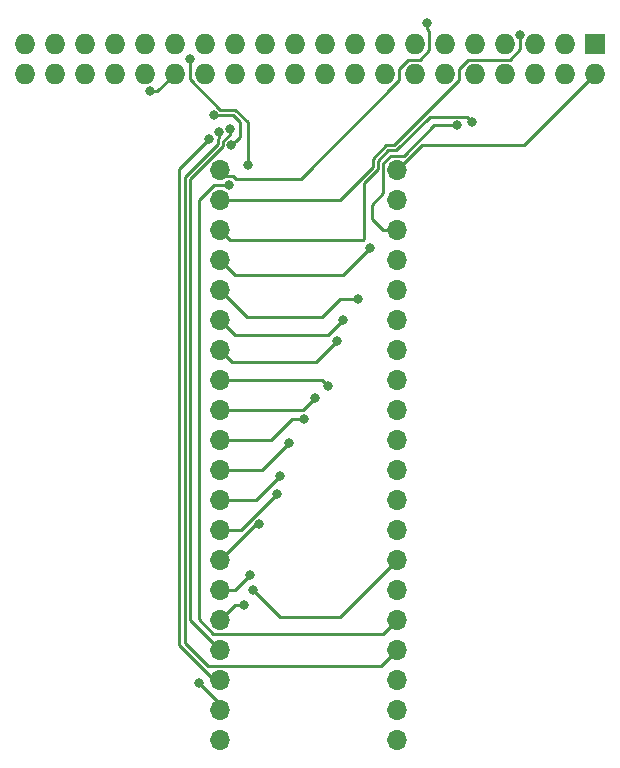
<source format=gbl>
G04 #@! TF.GenerationSoftware,KiCad,Pcbnew,(5.1.5)-3*
G04 #@! TF.CreationDate,2020-05-25T10:48:09-05:00*
G04 #@! TF.ProjectId,breakout_board_2x20,62726561-6b6f-4757-945f-626f6172645f,rev?*
G04 #@! TF.SameCoordinates,Original*
G04 #@! TF.FileFunction,Copper,L2,Bot*
G04 #@! TF.FilePolarity,Positive*
%FSLAX46Y46*%
G04 Gerber Fmt 4.6, Leading zero omitted, Abs format (unit mm)*
G04 Created by KiCad (PCBNEW (5.1.5)-3) date 2020-05-25 10:48:09*
%MOMM*%
%LPD*%
G04 APERTURE LIST*
%ADD10O,1.700000X1.700000*%
%ADD11O,1.727200X1.727200*%
%ADD12R,1.727200X1.727200*%
%ADD13C,0.800000*%
%ADD14C,0.250000*%
G04 APERTURE END LIST*
D10*
X147320000Y-47498000D03*
X162331400Y-47498000D03*
X147320000Y-50038000D03*
X162306000Y-50038000D03*
X162331400Y-52578000D03*
X162306000Y-55118000D03*
X147320000Y-52578000D03*
X147320000Y-55118000D03*
X147320000Y-62738000D03*
X162306000Y-65278000D03*
X162331400Y-57658000D03*
X162306000Y-60198000D03*
X147320000Y-57658000D03*
X162331400Y-62738000D03*
X147320000Y-65278000D03*
X147320000Y-60198000D03*
X147320000Y-67818000D03*
X162306000Y-70358000D03*
X147320000Y-70358000D03*
X162331400Y-67818000D03*
X147320000Y-83058000D03*
X162306000Y-75438000D03*
X162306000Y-80518000D03*
X147320000Y-72898000D03*
X147320000Y-77978000D03*
X147320000Y-80518000D03*
X162331400Y-72898000D03*
X147320000Y-75438000D03*
X147320000Y-88138000D03*
X162331400Y-83058000D03*
X162306000Y-85598000D03*
X162306000Y-90678000D03*
X162331400Y-77978000D03*
X147320000Y-85598000D03*
X162331400Y-88138000D03*
X147320000Y-90678000D03*
X162306000Y-95758000D03*
X147320000Y-93218000D03*
X147320000Y-95758000D03*
X162331400Y-93218000D03*
D11*
X130810000Y-39370000D03*
X130810000Y-36830000D03*
X133350000Y-39370000D03*
X133350000Y-36830000D03*
X135890000Y-39370000D03*
X135890000Y-36830000D03*
X138430000Y-39370000D03*
X138430000Y-36830000D03*
X140970000Y-39370000D03*
X140970000Y-36830000D03*
X143510000Y-39370000D03*
X143510000Y-36830000D03*
X146050000Y-39370000D03*
X146050000Y-36830000D03*
X148590000Y-39370000D03*
X148590000Y-36830000D03*
X151130000Y-39370000D03*
X151130000Y-36830000D03*
X153670000Y-39370000D03*
X153670000Y-36830000D03*
X156210000Y-39370000D03*
X156210000Y-36830000D03*
X158750000Y-39370000D03*
X158750000Y-36830000D03*
X161290000Y-39370000D03*
X161290000Y-36830000D03*
X163830000Y-39370000D03*
X163830000Y-36830000D03*
X166370000Y-39370000D03*
X166370000Y-36830000D03*
X168910000Y-39370000D03*
X168910000Y-36830000D03*
X171450000Y-39370000D03*
X171450000Y-36830000D03*
X173990000Y-39370000D03*
X173990000Y-36830000D03*
X176530000Y-39370000D03*
X176530000Y-36830000D03*
X179070000Y-39370000D03*
D12*
X179070000Y-36830000D03*
D13*
X145542000Y-90932000D03*
X146395045Y-44886229D03*
X147228245Y-44325694D03*
X148195008Y-44069970D03*
X146777489Y-42881939D03*
X148294573Y-45447439D03*
X148071423Y-48766742D03*
X149352000Y-84328000D03*
X141430451Y-40851838D03*
X144780000Y-38100000D03*
X149860000Y-81788000D03*
X149670794Y-47096690D03*
X150114000Y-83058000D03*
X150626660Y-77474660D03*
X152146000Y-74930000D03*
X152395494Y-73410814D03*
X153129670Y-70636559D03*
X154432000Y-68580000D03*
X155368384Y-66788707D03*
X156464000Y-65786000D03*
X157226000Y-61976000D03*
X157734000Y-60198000D03*
X159004000Y-58420000D03*
X160020000Y-54102000D03*
X167386000Y-43759011D03*
X168656000Y-43434000D03*
X172720000Y-36068000D03*
X164846000Y-35052000D03*
D14*
X147320000Y-92710000D02*
X147320000Y-93218000D01*
X145542000Y-90932000D02*
X147320000Y-92710000D01*
X145995046Y-45286228D02*
X146395045Y-44886229D01*
X147320000Y-90678000D02*
X146809178Y-90678000D01*
X143879978Y-47401296D02*
X145995046Y-45286228D01*
X143879978Y-87748800D02*
X143879978Y-47401296D01*
X146809178Y-90678000D02*
X143879978Y-87748800D01*
X147119560Y-44913037D02*
X147228245Y-44804352D01*
X162331400Y-88138000D02*
X160966401Y-89502999D01*
X147228245Y-44804352D02*
X147228245Y-44325694D01*
X144329989Y-48082977D02*
X147119560Y-45293406D01*
X146270588Y-89502999D02*
X144329989Y-87562400D01*
X147119560Y-45293406D02*
X147119560Y-44913037D01*
X160966401Y-89502999D02*
X146270588Y-89502999D01*
X144329989Y-87562400D02*
X144329989Y-48082977D01*
X148195008Y-44502140D02*
X148195008Y-44069970D01*
X144780000Y-85598000D02*
X144780000Y-48269377D01*
X147320000Y-88138000D02*
X144780000Y-85598000D01*
X147569571Y-45127577D02*
X148195008Y-44502140D01*
X144780000Y-48269377D02*
X147569571Y-45479806D01*
X147569571Y-45479806D02*
X147569571Y-45127577D01*
X146777489Y-42881939D02*
X148417529Y-42881939D01*
X148417529Y-42881939D02*
X149020944Y-43485354D01*
X149020944Y-44721068D02*
X148694572Y-45047440D01*
X149020944Y-43485354D02*
X149020944Y-44721068D01*
X148694572Y-45047440D02*
X148294573Y-45447439D01*
X162306000Y-85598000D02*
X161130999Y-86773001D01*
X161130999Y-86773001D02*
X146755999Y-86773001D01*
X146755999Y-86773001D02*
X145542000Y-85559002D01*
X147505738Y-48766742D02*
X148071423Y-48766742D01*
X145542000Y-50076998D02*
X146852256Y-48766742D01*
X146852256Y-48766742D02*
X147505738Y-48766742D01*
X145542000Y-85559002D02*
X145542000Y-50076998D01*
X148590000Y-84328000D02*
X147320000Y-85598000D01*
X149352000Y-84328000D02*
X148590000Y-84328000D01*
X142028162Y-40851838D02*
X141430451Y-40851838D01*
X143510000Y-39370000D02*
X142028162Y-40851838D01*
X148590000Y-83058000D02*
X147320000Y-83058000D01*
X149860000Y-81788000D02*
X148590000Y-83058000D01*
X144780000Y-38100000D02*
X144780000Y-39859130D01*
X144780000Y-39859130D02*
X147338870Y-42418000D01*
X147338870Y-42418000D02*
X148590000Y-42418000D01*
X149670794Y-43498794D02*
X149670794Y-46531005D01*
X149670794Y-46531005D02*
X149670794Y-47096690D01*
X148590000Y-42418000D02*
X149670794Y-43498794D01*
X150114000Y-83058000D02*
X152400000Y-85344000D01*
X157480000Y-85344000D02*
X162306000Y-80518000D01*
X152400000Y-85344000D02*
X157480000Y-85344000D01*
X150363340Y-77474660D02*
X150626660Y-77474660D01*
X147320000Y-80518000D02*
X150363340Y-77474660D01*
X149098000Y-77978000D02*
X147320000Y-77978000D01*
X152146000Y-74930000D02*
X149098000Y-77978000D01*
X147320000Y-75438000D02*
X150368308Y-75438000D01*
X150368308Y-75438000D02*
X152395494Y-73410814D01*
X152729671Y-71036558D02*
X153129670Y-70636559D01*
X147320000Y-72898000D02*
X150868229Y-72898000D01*
X150868229Y-72898000D02*
X152729671Y-71036558D01*
X154432000Y-68580000D02*
X153416000Y-68580000D01*
X151638000Y-70358000D02*
X147320000Y-70358000D01*
X153416000Y-68580000D02*
X151638000Y-70358000D01*
X154339091Y-67818000D02*
X155368384Y-66788707D01*
X147320000Y-67818000D02*
X154339091Y-67818000D01*
X155956000Y-65278000D02*
X147320000Y-65278000D01*
X156464000Y-65786000D02*
X155956000Y-65278000D01*
X157226000Y-61976000D02*
X155448000Y-63754000D01*
X148336000Y-63754000D02*
X147320000Y-62738000D01*
X155448000Y-63754000D02*
X148336000Y-63754000D01*
X157734000Y-60198000D02*
X156464000Y-61468000D01*
X148590000Y-61468000D02*
X147320000Y-60198000D01*
X156464000Y-61468000D02*
X148590000Y-61468000D01*
X159004000Y-58420000D02*
X157480000Y-58420000D01*
X157480000Y-58420000D02*
X155956000Y-59944000D01*
X149606000Y-59944000D02*
X147320000Y-57658000D01*
X155956000Y-59944000D02*
X149606000Y-59944000D01*
X160020000Y-54102000D02*
X157734000Y-56388000D01*
X148590000Y-56388000D02*
X147320000Y-55118000D01*
X157734000Y-56388000D02*
X148590000Y-56388000D01*
X162331400Y-52578000D02*
X161129319Y-52578000D01*
X165433979Y-43759011D02*
X166820315Y-43759011D01*
X160206402Y-50453002D02*
X161156399Y-49503005D01*
X160206402Y-51655083D02*
X160206402Y-50453002D01*
X161767399Y-46322999D02*
X162869991Y-46322999D01*
X161129319Y-52578000D02*
X160206402Y-51655083D01*
X161156399Y-46933999D02*
X161767399Y-46322999D01*
X161156399Y-49503005D02*
X161156399Y-46933999D01*
X166820315Y-43759011D02*
X167386000Y-43759011D01*
X162869991Y-46322999D02*
X165433979Y-43759011D01*
X148169999Y-53427999D02*
X147320000Y-52578000D01*
X159512000Y-53340000D02*
X159424001Y-53427999D01*
X159424001Y-53427999D02*
X148169999Y-53427999D01*
X160706388Y-47429153D02*
X159512000Y-48623540D01*
X161580999Y-45872988D02*
X160706388Y-46747599D01*
X159512000Y-48623540D02*
X159512000Y-53340000D01*
X165101540Y-43034001D02*
X162262550Y-45872988D01*
X168656000Y-43434000D02*
X168256001Y-43034001D01*
X162262550Y-45872988D02*
X161580999Y-45872988D01*
X160706388Y-46747599D02*
X160706388Y-47429153D01*
X168256001Y-43034001D02*
X165101540Y-43034001D01*
X161394599Y-45422977D02*
X160256377Y-46561199D01*
X167558601Y-39940529D02*
X162076153Y-45422977D01*
X148522081Y-50038000D02*
X147320000Y-50038000D01*
X172720000Y-37319130D02*
X171857731Y-38181399D01*
X168339471Y-38181399D02*
X167558601Y-38962269D01*
X160256377Y-47242754D02*
X157461130Y-50038000D01*
X160256377Y-46561199D02*
X160256377Y-47242754D01*
X157461130Y-50038000D02*
X148522081Y-50038000D01*
X162076153Y-45422977D02*
X161394599Y-45422977D01*
X172720000Y-36068000D02*
X172720000Y-37319130D01*
X171857731Y-38181399D02*
X168339471Y-38181399D01*
X167558601Y-38962269D02*
X167558601Y-39940529D01*
X164459410Y-45369990D02*
X163181399Y-46648001D01*
X179070000Y-39370000D02*
X173070010Y-45369990D01*
X163181399Y-46648001D02*
X162331400Y-47498000D01*
X173070010Y-45369990D02*
X164459410Y-45369990D01*
X162478601Y-39940529D02*
X154159130Y-48260000D01*
X162478601Y-38962269D02*
X162478601Y-39940529D01*
X164846000Y-35617685D02*
X165018601Y-35790286D01*
X164237731Y-38181399D02*
X163259471Y-38181399D01*
X164846000Y-35052000D02*
X164846000Y-35617685D01*
X165018601Y-35790286D02*
X165018601Y-37400529D01*
X163259471Y-38181399D02*
X162478601Y-38962269D01*
X165018601Y-37400529D02*
X164237731Y-38181399D01*
X148419424Y-48041741D02*
X147863741Y-48041741D01*
X154159130Y-48260000D02*
X148637683Y-48260000D01*
X147863741Y-48041741D02*
X147320000Y-47498000D01*
X148637683Y-48260000D02*
X148419424Y-48041741D01*
M02*

</source>
